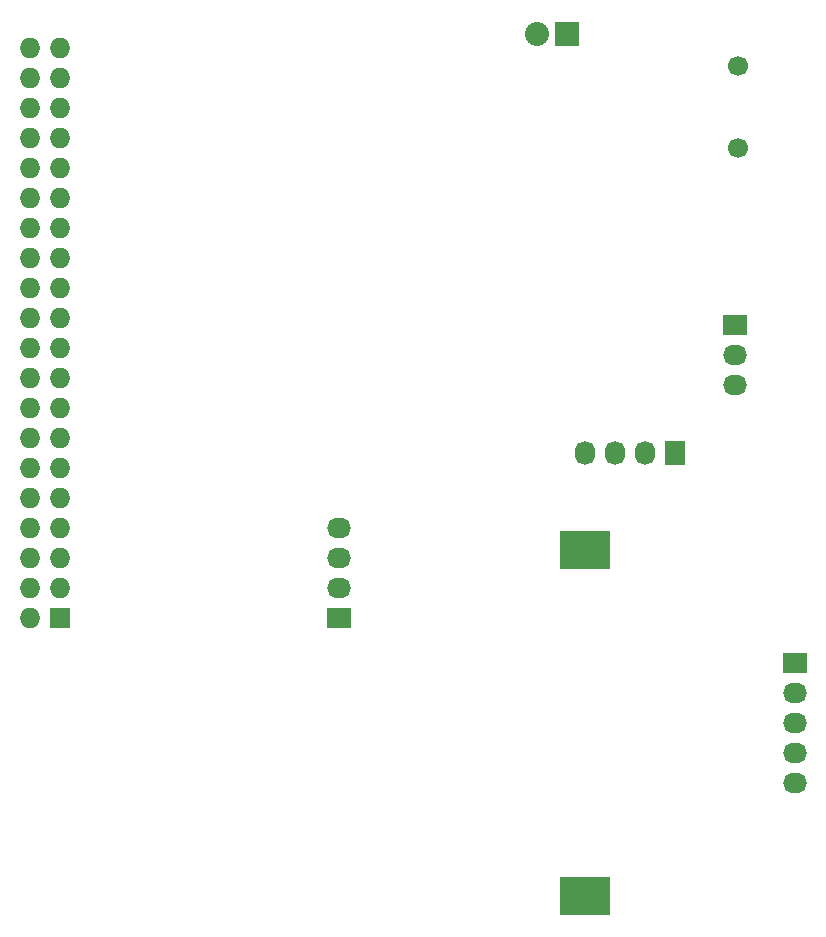
<source format=gbs>
G04 #@! TF.FileFunction,Soldermask,Bot*
%FSLAX46Y46*%
G04 Gerber Fmt 4.6, Leading zero omitted, Abs format (unit mm)*
G04 Created by KiCad (PCBNEW (2016-05-30 BZR 6864, Git 09dc517)-product) date 06/20/16 14:34:37*
%MOMM*%
%LPD*%
G01*
G04 APERTURE LIST*
%ADD10C,0.100000*%
%ADD11R,4.200000X3.200000*%
%ADD12R,1.727200X2.032000*%
%ADD13O,1.727200X2.032000*%
%ADD14R,2.032000X2.032000*%
%ADD15O,2.032000X2.032000*%
%ADD16R,1.727200X1.727200*%
%ADD17O,1.727200X1.727200*%
%ADD18C,1.700000*%
%ADD19R,2.032000X1.727200*%
%ADD20O,2.032000X1.727200*%
G04 APERTURE END LIST*
D10*
D11*
X63500000Y-88310000D03*
X63500000Y-59010000D03*
D12*
X71120000Y-50800000D03*
D13*
X68580000Y-50800000D03*
X66040000Y-50800000D03*
X63500000Y-50800000D03*
D14*
X61976000Y-15367000D03*
D15*
X59436000Y-15367000D03*
D16*
X19050000Y-64770000D03*
D17*
X16510000Y-64770000D03*
X19050000Y-62230000D03*
X16510000Y-62230000D03*
X19050000Y-59690000D03*
X16510000Y-59690000D03*
X19050000Y-57150000D03*
X16510000Y-57150000D03*
X19050000Y-54610000D03*
X16510000Y-54610000D03*
X19050000Y-52070000D03*
X16510000Y-52070000D03*
X19050000Y-49530000D03*
X16510000Y-49530000D03*
X19050000Y-46990000D03*
X16510000Y-46990000D03*
X19050000Y-44450000D03*
X16510000Y-44450000D03*
X19050000Y-41910000D03*
X16510000Y-41910000D03*
X19050000Y-39370000D03*
X16510000Y-39370000D03*
X19050000Y-36830000D03*
X16510000Y-36830000D03*
X19050000Y-34290000D03*
X16510000Y-34290000D03*
X19050000Y-31750000D03*
X16510000Y-31750000D03*
X19050000Y-29210000D03*
X16510000Y-29210000D03*
X19050000Y-26670000D03*
X16510000Y-26670000D03*
X19050000Y-24130000D03*
X16510000Y-24130000D03*
X19050000Y-21590000D03*
X16510000Y-21590000D03*
X19050000Y-19050000D03*
X16510000Y-19050000D03*
X19050000Y-16510000D03*
X16510000Y-16510000D03*
D18*
X76454000Y-25034000D03*
X76454000Y-18034000D03*
D19*
X81280000Y-68580000D03*
D20*
X81280000Y-71120000D03*
X81280000Y-73660000D03*
X81280000Y-76200000D03*
X81280000Y-78740000D03*
D19*
X76200000Y-40005000D03*
D20*
X76200000Y-42545000D03*
X76200000Y-45085000D03*
D19*
X42672000Y-64770000D03*
D20*
X42672000Y-62230000D03*
X42672000Y-59690000D03*
X42672000Y-57150000D03*
M02*

</source>
